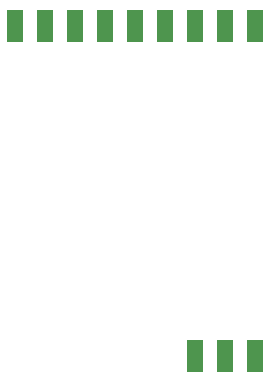
<source format=gbr>
G04 DipTrace 3.0.0.2*
G04 TopPaste.gbr*
%MOMM*%
G04 #@! TF.FileFunction,Paste,Top*
G04 #@! TF.Part,Single*
%ADD63R,1.4X2.8*%
%FSLAX35Y35*%
G04*
G71*
G90*
G75*
G01*
G04 TopPaste*
%LPD*%
D63*
X4301757Y2168617D3*
X4047757D3*
X3793757D3*
X4301757Y4968617D3*
X4047757D3*
X3793757D3*
X3539757D3*
X3285757D3*
X3031757D3*
X2777757D3*
X2523757D3*
X2269757D3*
M02*

</source>
